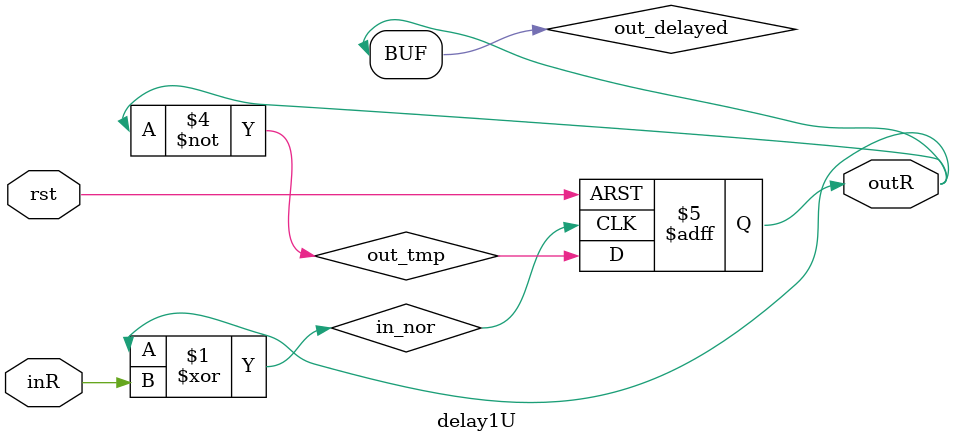
<source format=v>
`timescale 1ps / 1ps


 (* dont_touch="true" *)module delay1U(
	inR, outR, rst
    );
	 (* dont_touch="true" *) input   rst;
	 (* dont_touch="true" *) input 	inR;
	 (* dont_touch="true" *) output	outR;
	
	 (* dont_touch="true" *) wire	in_nor, out_delayed, out_tmp;
      (* dont_touch="true" *)reg    outR;

assign in_nor = out_delayed ^ inR;

always @(posedge in_nor or negedge rst)
begin
  if(!rst)
  outR <= 1'b0;
  else
  outR <= out_tmp;
end

assign out_tmp = ~outR;
assign out_delayed = outR;

endmodule

</source>
